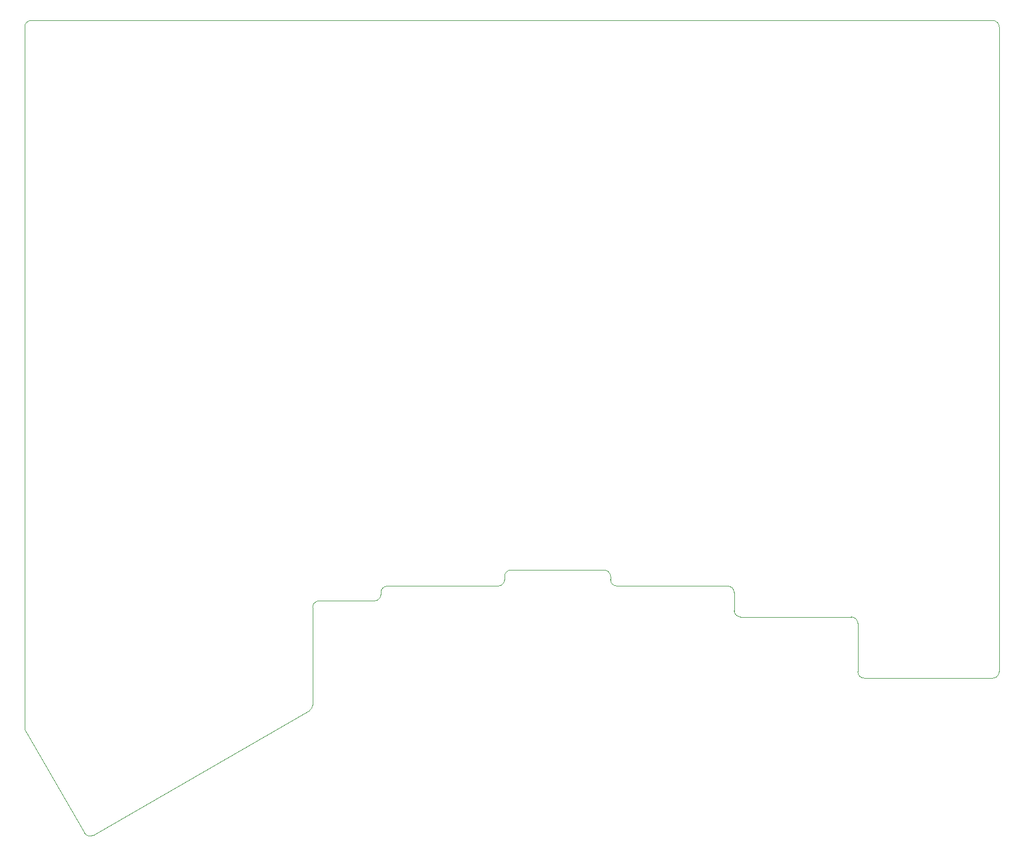
<source format=gko>
%TF.GenerationSoftware,KiCad,Pcbnew,8.0.1*%
%TF.CreationDate,2024-03-27T10:43:23-04:00*%
%TF.ProjectId,base_plate,62617365-5f70-46c6-9174-652e6b696361,rev?*%
%TF.SameCoordinates,Original*%
%TF.FileFunction,Profile,NP*%
%FSLAX46Y46*%
G04 Gerber Fmt 4.6, Leading zero omitted, Abs format (unit mm)*
G04 Created by KiCad (PCBNEW 8.0.1) date 2024-03-27 10:43:23*
%MOMM*%
%LPD*%
G01*
G04 APERTURE LIST*
%TA.AperFunction,Profile*%
%ADD10C,0.100000*%
%TD*%
G04 APERTURE END LIST*
D10*
X122990569Y-119830300D02*
G75*
G02*
X123990569Y-118830369I999931J0D01*
G01*
X141037913Y-118830284D02*
X141037913Y-118830276D01*
X196450771Y-124592117D02*
X196450771Y-132049499D01*
X158356108Y-117354129D02*
X158356114Y-117354129D01*
X113469237Y-121115961D02*
X122002369Y-121115961D01*
X159356137Y-118830284D02*
G75*
G02*
X158356116Y-117830284I-37J999984D01*
G01*
X217227237Y-31613639D02*
G75*
G02*
X218227161Y-32613639I-37J-999961D01*
G01*
X68122800Y-32613600D02*
G75*
G02*
X69110428Y-31613677I1000000J0D01*
G01*
X142037913Y-117354100D02*
G75*
G02*
X143048232Y-116354166I999987J0D01*
G01*
X157356137Y-116354129D02*
G75*
G02*
X158356071Y-117354129I-37J-999971D01*
G01*
X178403437Y-123592117D02*
G75*
G02*
X177403403Y-122598424I-37J1000017D01*
G01*
X218227259Y-132039600D02*
X218227259Y-32613639D01*
X217227237Y-31613639D02*
X69110428Y-31613639D01*
X197450737Y-133039617D02*
G75*
G02*
X196450732Y-132049499I-37J1000017D01*
G01*
X177403442Y-119834990D02*
X177403442Y-122598424D01*
X78685768Y-157262296D02*
X111974275Y-138035284D01*
X77319589Y-156896360D02*
X77319629Y-156896337D01*
X218227259Y-132039600D02*
G75*
G02*
X217230399Y-133039654I-1000059J0D01*
G01*
X68256767Y-141199127D02*
G75*
G02*
X68122796Y-140704756I866033J500027D01*
G01*
X176403437Y-118830284D02*
G75*
G02*
X177403405Y-119834990I-37J-1000016D01*
G01*
X159356137Y-118830284D02*
X176403437Y-118830284D01*
X122990569Y-120116000D02*
G75*
G02*
X122002369Y-121115999I-1000069J0D01*
G01*
X195450737Y-123592117D02*
G75*
G02*
X196450683Y-124592117I-37J-999983D01*
G01*
X123990569Y-118830332D02*
X123990569Y-118830284D01*
X78685768Y-157262295D02*
G75*
G02*
X77319586Y-156896362I-500168J865895D01*
G01*
X142037913Y-117830300D02*
X142037913Y-117354100D01*
X196450720Y-124592117D02*
X196450771Y-124592117D01*
X122990569Y-120116000D02*
X122990569Y-119830300D01*
X142037913Y-117830300D02*
G75*
G02*
X141037913Y-118830313I-1000013J0D01*
G01*
X112469226Y-137172200D02*
X112469226Y-122116000D01*
X113469237Y-121115989D02*
X113469237Y-121115961D01*
X68122800Y-32613600D02*
X68122800Y-140704756D01*
X123990569Y-118830284D02*
X141037913Y-118830284D01*
X158356114Y-117830284D02*
X158356153Y-117830284D01*
X197450737Y-133039617D02*
X217230399Y-133039617D01*
X68256766Y-141199127D02*
X77319589Y-156896360D01*
X112469226Y-137172200D02*
G75*
G02*
X111974284Y-138035300I-1000026J0D01*
G01*
X178403437Y-123592117D02*
X195450737Y-123592117D01*
X112469226Y-122116000D02*
G75*
G02*
X113469237Y-121116026I999974J0D01*
G01*
X143048232Y-116354129D02*
X157356137Y-116354129D01*
X158356114Y-117354129D02*
X158356114Y-117830284D01*
M02*

</source>
